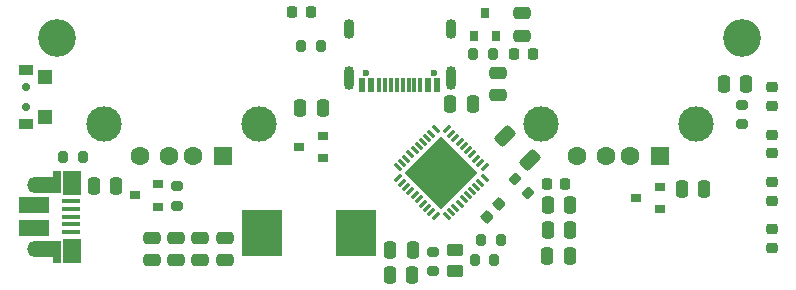
<source format=gbr>
%TF.GenerationSoftware,KiCad,Pcbnew,5.99.0-unknown-a8672dd2f9~128~ubuntu20.04.1*%
%TF.CreationDate,2021-05-09T18:34:14+01:00*%
%TF.ProjectId,usbpd_powerbank,75736270-645f-4706-9f77-657262616e6b,rev?*%
%TF.SameCoordinates,Original*%
%TF.FileFunction,Soldermask,Top*%
%TF.FilePolarity,Negative*%
%FSLAX46Y46*%
G04 Gerber Fmt 4.6, Leading zero omitted, Abs format (unit mm)*
G04 Created by KiCad (PCBNEW 5.99.0-unknown-a8672dd2f9~128~ubuntu20.04.1) date 2021-05-09 18:34:14*
%MOMM*%
%LPD*%
G01*
G04 APERTURE LIST*
G04 Aperture macros list*
%AMRoundRect*
0 Rectangle with rounded corners*
0 $1 Rounding radius*
0 $2 $3 $4 $5 $6 $7 $8 $9 X,Y pos of 4 corners*
0 Add a 4 corners polygon primitive as box body*
4,1,4,$2,$3,$4,$5,$6,$7,$8,$9,$2,$3,0*
0 Add four circle primitives for the rounded corners*
1,1,$1+$1,$2,$3*
1,1,$1+$1,$4,$5*
1,1,$1+$1,$6,$7*
1,1,$1+$1,$8,$9*
0 Add four rect primitives between the rounded corners*
20,1,$1+$1,$2,$3,$4,$5,0*
20,1,$1+$1,$4,$5,$6,$7,0*
20,1,$1+$1,$6,$7,$8,$9,0*
20,1,$1+$1,$8,$9,$2,$3,0*%
%AMRotRect*
0 Rectangle, with rotation*
0 The origin of the aperture is its center*
0 $1 length*
0 $2 width*
0 $3 Rotation angle, in degrees counterclockwise*
0 Add horizontal line*
21,1,$1,$2,0,0,$3*%
G04 Aperture macros list end*
%ADD10RoundRect,0.250000X-0.475000X0.250000X-0.475000X-0.250000X0.475000X-0.250000X0.475000X0.250000X0*%
%ADD11R,0.900000X0.800000*%
%ADD12RoundRect,0.200000X-0.335876X-0.053033X-0.053033X-0.335876X0.335876X0.053033X0.053033X0.335876X0*%
%ADD13RoundRect,0.225000X0.225000X0.250000X-0.225000X0.250000X-0.225000X-0.250000X0.225000X-0.250000X0*%
%ADD14RoundRect,0.200000X-0.200000X-0.275000X0.200000X-0.275000X0.200000X0.275000X-0.200000X0.275000X0*%
%ADD15RoundRect,0.218750X0.256250X-0.218750X0.256250X0.218750X-0.256250X0.218750X-0.256250X-0.218750X0*%
%ADD16RoundRect,0.250000X0.250000X0.475000X-0.250000X0.475000X-0.250000X-0.475000X0.250000X-0.475000X0*%
%ADD17RoundRect,0.250000X-0.250000X-0.475000X0.250000X-0.475000X0.250000X0.475000X-0.250000X0.475000X0*%
%ADD18R,0.800000X0.900000*%
%ADD19RoundRect,0.225000X-0.225000X-0.250000X0.225000X-0.250000X0.225000X0.250000X-0.225000X0.250000X0*%
%ADD20C,0.600000*%
%ADD21R,0.600000X1.160000*%
%ADD22R,0.300000X1.160000*%
%ADD23O,0.900000X2.000000*%
%ADD24O,0.900000X1.700000*%
%ADD25RoundRect,0.250000X-0.450000X0.262500X-0.450000X-0.262500X0.450000X-0.262500X0.450000X0.262500X0*%
%ADD26R,1.600000X1.600000*%
%ADD27C,1.600000*%
%ADD28C,3.000000*%
%ADD29RoundRect,0.200000X-0.275000X0.200000X-0.275000X-0.200000X0.275000X-0.200000X0.275000X0.200000X0*%
%ADD30RoundRect,0.225000X-0.017678X0.335876X-0.335876X0.017678X0.017678X-0.335876X0.335876X-0.017678X0*%
%ADD31RoundRect,0.200000X0.275000X-0.200000X0.275000X0.200000X-0.275000X0.200000X-0.275000X-0.200000X0*%
%ADD32RoundRect,0.062500X-0.203293X-0.291682X0.291682X0.203293X0.203293X0.291682X-0.291682X-0.203293X0*%
%ADD33RoundRect,0.062500X0.203293X-0.291682X0.291682X-0.203293X-0.203293X0.291682X-0.291682X0.203293X0*%
%ADD34RotRect,4.400000X4.400000X45.000000*%
%ADD35C,3.200000*%
%ADD36C,0.700000*%
%ADD37R,1.200000X0.900000*%
%ADD38R,1.300000X1.150000*%
%ADD39RoundRect,0.200000X0.200000X0.275000X-0.200000X0.275000X-0.200000X-0.275000X0.200000X-0.275000X0*%
%ADD40RoundRect,0.218750X0.218750X0.256250X-0.218750X0.256250X-0.218750X-0.256250X0.218750X-0.256250X0*%
%ADD41RoundRect,0.250000X0.475000X-0.250000X0.475000X0.250000X-0.475000X0.250000X-0.475000X-0.250000X0*%
%ADD42RoundRect,0.250000X-0.662913X-0.220971X-0.220971X-0.662913X0.662913X0.220971X0.220971X0.662913X0*%
%ADD43R,3.500000X4.000000*%
%ADD44R,1.650000X0.400000*%
%ADD45O,1.700000X1.350000*%
%ADD46R,1.500000X2.000000*%
%ADD47R,0.700000X1.825000*%
%ADD48R,2.500000X1.430000*%
%ADD49R,2.000000X1.350000*%
%ADD50O,1.500000X1.100000*%
G04 APERTURE END LIST*
D10*
%TO.C,C16*%
X84000000Y-79930000D03*
X84000000Y-81830000D03*
%TD*%
%TO.C,C3*%
X115340000Y-60930000D03*
X115340000Y-62830000D03*
%TD*%
D11*
%TO.C,Q4*%
X84550000Y-77300000D03*
X84550000Y-75400000D03*
X82550000Y-76350000D03*
%TD*%
D12*
%TO.C,R6*%
X114736637Y-74966637D03*
X115903363Y-76133363D03*
%TD*%
D13*
%TO.C,C9*%
X119035000Y-75390000D03*
X117485000Y-75390000D03*
%TD*%
D14*
%TO.C,R7*%
X111375000Y-81800000D03*
X113025000Y-81800000D03*
%TD*%
D15*
%TO.C,D4*%
X136500000Y-72787500D03*
X136500000Y-71212500D03*
%TD*%
D16*
%TO.C,C7*%
X130800000Y-75790000D03*
X128900000Y-75790000D03*
%TD*%
D17*
%TO.C,C17*%
X117530000Y-77190000D03*
X119430000Y-77190000D03*
%TD*%
%TO.C,C1*%
X132430000Y-66920000D03*
X134330000Y-66920000D03*
%TD*%
%TO.C,C10*%
X117480000Y-81450000D03*
X119380000Y-81450000D03*
%TD*%
D16*
%TO.C,C2*%
X98470000Y-68930000D03*
X96570000Y-68930000D03*
%TD*%
D15*
%TO.C,D2*%
X136520000Y-80787500D03*
X136520000Y-79212500D03*
%TD*%
D18*
%TO.C,Q3*%
X111250000Y-62870000D03*
X113150000Y-62870000D03*
X112200000Y-60870000D03*
%TD*%
D19*
%TO.C,C8*%
X114715000Y-64380000D03*
X116265000Y-64380000D03*
%TD*%
D15*
%TO.C,D3*%
X136500000Y-68787500D03*
X136500000Y-67212500D03*
%TD*%
D11*
%TO.C,Q1*%
X127000000Y-77510000D03*
X127000000Y-75610000D03*
X125000000Y-76560000D03*
%TD*%
D20*
%TO.C,P1*%
X102110000Y-65950000D03*
X107890000Y-65950000D03*
D21*
X108200000Y-67010000D03*
X107400000Y-67010000D03*
D22*
X106250000Y-67010000D03*
X105250000Y-67010000D03*
X104750000Y-67010000D03*
X103750000Y-67010000D03*
D21*
X102600000Y-67010000D03*
X101800000Y-67010000D03*
X101800000Y-67010000D03*
X102600000Y-67010000D03*
D22*
X103250000Y-67010000D03*
X104250000Y-67010000D03*
X105750000Y-67010000D03*
X106750000Y-67010000D03*
D21*
X107400000Y-67010000D03*
X108200000Y-67010000D03*
D23*
X100680000Y-66430000D03*
X109320000Y-66430000D03*
D24*
X109320000Y-62260000D03*
X100680000Y-62260000D03*
%TD*%
D10*
%TO.C,C18*%
X86060000Y-79930000D03*
X86060000Y-81830000D03*
%TD*%
D25*
%TO.C,TH1*%
X109710000Y-80957500D03*
X109710000Y-82782500D03*
%TD*%
D26*
%TO.C,J1*%
X127000000Y-73000000D03*
D27*
X124500000Y-73000000D03*
X122500000Y-73000000D03*
X120000000Y-73000000D03*
D28*
X130070000Y-70290000D03*
X116930000Y-70290000D03*
%TD*%
D29*
%TO.C,R5*%
X107780000Y-81135000D03*
X107780000Y-82785000D03*
%TD*%
D10*
%TO.C,C14*%
X88130000Y-79930000D03*
X88130000Y-81830000D03*
%TD*%
D14*
%TO.C,R9*%
X96670000Y-63730000D03*
X98320000Y-63730000D03*
%TD*%
D30*
%TO.C,C11*%
X113448008Y-77101992D03*
X112351992Y-78198008D03*
%TD*%
D11*
%TO.C,Q2*%
X98510000Y-73180000D03*
X98510000Y-71280000D03*
X96510000Y-72230000D03*
%TD*%
D31*
%TO.C,R10*%
X133950000Y-70325000D03*
X133950000Y-68675000D03*
%TD*%
D32*
%TO.C,U1*%
X104851884Y-74916136D03*
X105205437Y-75269689D03*
X105558990Y-75623243D03*
X105912544Y-75976796D03*
X106266097Y-76330349D03*
X106619651Y-76683903D03*
X106973204Y-77037456D03*
X107326757Y-77391010D03*
X107680311Y-77744563D03*
X108033864Y-78098116D03*
D33*
X109006136Y-78098116D03*
X109359689Y-77744563D03*
X109713243Y-77391010D03*
X110066796Y-77037456D03*
X110420349Y-76683903D03*
X110773903Y-76330349D03*
X111127456Y-75976796D03*
X111481010Y-75623243D03*
X111834563Y-75269689D03*
X112188116Y-74916136D03*
D32*
X112188116Y-73943864D03*
X111834563Y-73590311D03*
X111481010Y-73236757D03*
X111127456Y-72883204D03*
X110773903Y-72529651D03*
X110420349Y-72176097D03*
X110066796Y-71822544D03*
X109713243Y-71468990D03*
X109359689Y-71115437D03*
X109006136Y-70761884D03*
D33*
X108033864Y-70761884D03*
X107680311Y-71115437D03*
X107326757Y-71468990D03*
X106973204Y-71822544D03*
X106619651Y-72176097D03*
X106266097Y-72529651D03*
X105912544Y-72883204D03*
X105558990Y-73236757D03*
X105205437Y-73590311D03*
X104851884Y-73943864D03*
D34*
X108520000Y-74430000D03*
%TD*%
D16*
%TO.C,C4*%
X81010000Y-75580000D03*
X79110000Y-75580000D03*
%TD*%
D35*
%TO.C,REF\u002A\u002A*%
X76000000Y-63000000D03*
%TD*%
D16*
%TO.C,C12*%
X106110000Y-80940000D03*
X104210000Y-80940000D03*
%TD*%
%TO.C,C15*%
X106060000Y-83050000D03*
X104160000Y-83050000D03*
%TD*%
D36*
%TO.C,SW1*%
X73400000Y-68850000D03*
X73400000Y-67150000D03*
D37*
X73400000Y-70300000D03*
X73400000Y-65700000D03*
D38*
X75000000Y-69675000D03*
X75000000Y-66325000D03*
%TD*%
D39*
%TO.C,R1*%
X78165000Y-73120000D03*
X76515000Y-73120000D03*
%TD*%
D40*
%TO.C,D5*%
X97467500Y-60860000D03*
X95892500Y-60860000D03*
%TD*%
D41*
%TO.C,C6*%
X113350000Y-67870000D03*
X113350000Y-65970000D03*
%TD*%
D42*
%TO.C,R4*%
X113945856Y-71305856D03*
X116014144Y-73374144D03*
%TD*%
D17*
%TO.C,C13*%
X117520000Y-79300000D03*
X119420000Y-79300000D03*
%TD*%
D10*
%TO.C,C19*%
X90180000Y-79930000D03*
X90180000Y-81830000D03*
%TD*%
D16*
%TO.C,C5*%
X111170000Y-68620000D03*
X109270000Y-68620000D03*
%TD*%
D43*
%TO.C,L1*%
X101310000Y-79570000D03*
X93310000Y-79570000D03*
%TD*%
D14*
%TO.C,R8*%
X111885000Y-80150000D03*
X113535000Y-80150000D03*
%TD*%
D15*
%TO.C,D1*%
X136510000Y-76787500D03*
X136510000Y-75212500D03*
%TD*%
D26*
%TO.C,J2*%
X90000000Y-73000000D03*
D27*
X87500000Y-73000000D03*
X85500000Y-73000000D03*
X83000000Y-73000000D03*
D28*
X93070000Y-70290000D03*
X79930000Y-70290000D03*
%TD*%
D44*
%TO.C,J3*%
X77165000Y-76860000D03*
X77165000Y-77510000D03*
X77165000Y-78160000D03*
X77165000Y-78810000D03*
X77165000Y-79460000D03*
D45*
X74285000Y-80890000D03*
D46*
X77265000Y-75310000D03*
D47*
X75965000Y-75210000D03*
X75965000Y-81160000D03*
D48*
X74015000Y-77200000D03*
D46*
X77285000Y-81060000D03*
D48*
X74015000Y-79120000D03*
D49*
X75215000Y-75430000D03*
X75215000Y-80910000D03*
D50*
X77285000Y-75740000D03*
D45*
X74285000Y-75430000D03*
D50*
X77285000Y-80580000D03*
%TD*%
D39*
%TO.C,R2*%
X112865000Y-64390000D03*
X111215000Y-64390000D03*
%TD*%
D29*
%TO.C,R3*%
X86120000Y-75565000D03*
X86120000Y-77215000D03*
%TD*%
D35*
%TO.C,REF\u002A\u002A*%
X134000000Y-63000000D03*
%TD*%
M02*

</source>
